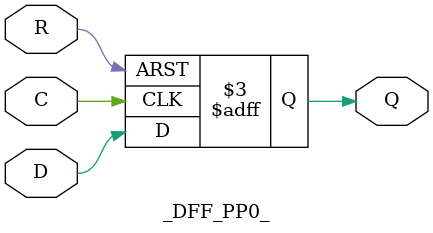
<source format=v>
module _DFF_PP0_(D, Q, C, R);
input D, C, R;
output reg Q;
always @(posedge C or posedge R) begin
	if (R == 1)
		Q <= 0;
	else
		Q <= D;
end
endmodule
</source>
